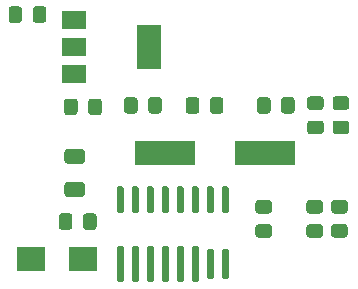
<source format=gbr>
G04 #@! TF.GenerationSoftware,KiCad,Pcbnew,5.1.9-73d0e3b20d~88~ubuntu20.04.1*
G04 #@! TF.CreationDate,2021-01-20T21:34:12+07:00*
G04 #@! TF.ProjectId,ch340G_uploader,63683334-3047-45f7-9570-6c6f61646572,rev?*
G04 #@! TF.SameCoordinates,Original*
G04 #@! TF.FileFunction,Paste,Top*
G04 #@! TF.FilePolarity,Positive*
%FSLAX46Y46*%
G04 Gerber Fmt 4.6, Leading zero omitted, Abs format (unit mm)*
G04 Created by KiCad (PCBNEW 5.1.9-73d0e3b20d~88~ubuntu20.04.1) date 2021-01-20 21:34:12*
%MOMM*%
%LPD*%
G01*
G04 APERTURE LIST*
%ADD10R,5.080000X2.000000*%
%ADD11R,2.000000X1.500000*%
%ADD12R,2.000000X3.800000*%
%ADD13R,2.400000X2.100000*%
G04 APERTURE END LIST*
G36*
G01*
X127838000Y-69907999D02*
X127838000Y-70808001D01*
G75*
G02*
X127588001Y-71058000I-249999J0D01*
G01*
X126937999Y-71058000D01*
G75*
G02*
X126688000Y-70808001I0J249999D01*
G01*
X126688000Y-69907999D01*
G75*
G02*
X126937999Y-69658000I249999J0D01*
G01*
X127588001Y-69658000D01*
G75*
G02*
X127838000Y-69907999I0J-249999D01*
G01*
G37*
G36*
G01*
X125788000Y-69907999D02*
X125788000Y-70808001D01*
G75*
G02*
X125538001Y-71058000I-249999J0D01*
G01*
X124887999Y-71058000D01*
G75*
G02*
X124638000Y-70808001I0J249999D01*
G01*
X124638000Y-69907999D01*
G75*
G02*
X124887999Y-69658000I249999J0D01*
G01*
X125538001Y-69658000D01*
G75*
G02*
X125788000Y-69907999I0J-249999D01*
G01*
G37*
G36*
G01*
X121989000Y-62997501D02*
X121989000Y-62097499D01*
G75*
G02*
X122238999Y-61847500I249999J0D01*
G01*
X122889001Y-61847500D01*
G75*
G02*
X123139000Y-62097499I0J-249999D01*
G01*
X123139000Y-62997501D01*
G75*
G02*
X122889001Y-63247500I-249999J0D01*
G01*
X122238999Y-63247500D01*
G75*
G02*
X121989000Y-62997501I0J249999D01*
G01*
G37*
G36*
G01*
X119939000Y-62997501D02*
X119939000Y-62097499D01*
G75*
G02*
X120188999Y-61847500I249999J0D01*
G01*
X120839001Y-61847500D01*
G75*
G02*
X121089000Y-62097499I0J-249999D01*
G01*
X121089000Y-62997501D01*
G75*
G02*
X120839001Y-63247500I-249999J0D01*
G01*
X120188999Y-63247500D01*
G75*
G02*
X119939000Y-62997501I0J249999D01*
G01*
G37*
G36*
G01*
X148532001Y-72665500D02*
X147631999Y-72665500D01*
G75*
G02*
X147382000Y-72415501I0J249999D01*
G01*
X147382000Y-71765499D01*
G75*
G02*
X147631999Y-71515500I249999J0D01*
G01*
X148532001Y-71515500D01*
G75*
G02*
X148782000Y-71765499I0J-249999D01*
G01*
X148782000Y-72415501D01*
G75*
G02*
X148532001Y-72665500I-249999J0D01*
G01*
G37*
G36*
G01*
X148532001Y-70615500D02*
X147631999Y-70615500D01*
G75*
G02*
X147382000Y-70365501I0J249999D01*
G01*
X147382000Y-69715499D01*
G75*
G02*
X147631999Y-69465500I249999J0D01*
G01*
X148532001Y-69465500D01*
G75*
G02*
X148782000Y-69715499I0J-249999D01*
G01*
X148782000Y-70365501D01*
G75*
G02*
X148532001Y-70615500I-249999J0D01*
G01*
G37*
G36*
G01*
X146373001Y-72665500D02*
X145472999Y-72665500D01*
G75*
G02*
X145223000Y-72415501I0J249999D01*
G01*
X145223000Y-71765499D01*
G75*
G02*
X145472999Y-71515500I249999J0D01*
G01*
X146373001Y-71515500D01*
G75*
G02*
X146623000Y-71765499I0J-249999D01*
G01*
X146623000Y-72415501D01*
G75*
G02*
X146373001Y-72665500I-249999J0D01*
G01*
G37*
G36*
G01*
X146373001Y-70615500D02*
X145472999Y-70615500D01*
G75*
G02*
X145223000Y-70365501I0J249999D01*
G01*
X145223000Y-69715499D01*
G75*
G02*
X145472999Y-69465500I249999J0D01*
G01*
X146373001Y-69465500D01*
G75*
G02*
X146623000Y-69715499I0J-249999D01*
G01*
X146623000Y-70365501D01*
G75*
G02*
X146373001Y-70615500I-249999J0D01*
G01*
G37*
G36*
G01*
X148405001Y-81434500D02*
X147504999Y-81434500D01*
G75*
G02*
X147255000Y-81184501I0J249999D01*
G01*
X147255000Y-80534499D01*
G75*
G02*
X147504999Y-80284500I249999J0D01*
G01*
X148405001Y-80284500D01*
G75*
G02*
X148655000Y-80534499I0J-249999D01*
G01*
X148655000Y-81184501D01*
G75*
G02*
X148405001Y-81434500I-249999J0D01*
G01*
G37*
G36*
G01*
X148405001Y-79384500D02*
X147504999Y-79384500D01*
G75*
G02*
X147255000Y-79134501I0J249999D01*
G01*
X147255000Y-78484499D01*
G75*
G02*
X147504999Y-78234500I249999J0D01*
G01*
X148405001Y-78234500D01*
G75*
G02*
X148655000Y-78484499I0J-249999D01*
G01*
X148655000Y-79134501D01*
G75*
G02*
X148405001Y-79384500I-249999J0D01*
G01*
G37*
G36*
G01*
X141091499Y-80284500D02*
X141991501Y-80284500D01*
G75*
G02*
X142241500Y-80534499I0J-249999D01*
G01*
X142241500Y-81184501D01*
G75*
G02*
X141991501Y-81434500I-249999J0D01*
G01*
X141091499Y-81434500D01*
G75*
G02*
X140841500Y-81184501I0J249999D01*
G01*
X140841500Y-80534499D01*
G75*
G02*
X141091499Y-80284500I249999J0D01*
G01*
G37*
G36*
G01*
X141091499Y-78234500D02*
X141991501Y-78234500D01*
G75*
G02*
X142241500Y-78484499I0J-249999D01*
G01*
X142241500Y-79134501D01*
G75*
G02*
X141991501Y-79384500I-249999J0D01*
G01*
X141091499Y-79384500D01*
G75*
G02*
X140841500Y-79134501I0J249999D01*
G01*
X140841500Y-78484499D01*
G75*
G02*
X141091499Y-78234500I249999J0D01*
G01*
G37*
G36*
G01*
X146309501Y-79384500D02*
X145409499Y-79384500D01*
G75*
G02*
X145159500Y-79134501I0J249999D01*
G01*
X145159500Y-78484499D01*
G75*
G02*
X145409499Y-78234500I249999J0D01*
G01*
X146309501Y-78234500D01*
G75*
G02*
X146559500Y-78484499I0J-249999D01*
G01*
X146559500Y-79134501D01*
G75*
G02*
X146309501Y-79384500I-249999J0D01*
G01*
G37*
G36*
G01*
X146309501Y-81434500D02*
X145409499Y-81434500D01*
G75*
G02*
X145159500Y-81184501I0J249999D01*
G01*
X145159500Y-80534499D01*
G75*
G02*
X145409499Y-80284500I249999J0D01*
G01*
X146309501Y-80284500D01*
G75*
G02*
X146559500Y-80534499I0J-249999D01*
G01*
X146559500Y-81184501D01*
G75*
G02*
X146309501Y-81434500I-249999J0D01*
G01*
G37*
G36*
G01*
X136090000Y-69780999D02*
X136090000Y-70681001D01*
G75*
G02*
X135840001Y-70931000I-249999J0D01*
G01*
X135189999Y-70931000D01*
G75*
G02*
X134940000Y-70681001I0J249999D01*
G01*
X134940000Y-69780999D01*
G75*
G02*
X135189999Y-69531000I249999J0D01*
G01*
X135840001Y-69531000D01*
G75*
G02*
X136090000Y-69780999I0J-249999D01*
G01*
G37*
G36*
G01*
X138140000Y-69780999D02*
X138140000Y-70681001D01*
G75*
G02*
X137890001Y-70931000I-249999J0D01*
G01*
X137239999Y-70931000D01*
G75*
G02*
X136990000Y-70681001I0J249999D01*
G01*
X136990000Y-69780999D01*
G75*
G02*
X137239999Y-69531000I249999J0D01*
G01*
X137890001Y-69531000D01*
G75*
G02*
X138140000Y-69780999I0J-249999D01*
G01*
G37*
G36*
G01*
X143022500Y-70681001D02*
X143022500Y-69780999D01*
G75*
G02*
X143272499Y-69531000I249999J0D01*
G01*
X143922501Y-69531000D01*
G75*
G02*
X144172500Y-69780999I0J-249999D01*
G01*
X144172500Y-70681001D01*
G75*
G02*
X143922501Y-70931000I-249999J0D01*
G01*
X143272499Y-70931000D01*
G75*
G02*
X143022500Y-70681001I0J249999D01*
G01*
G37*
G36*
G01*
X140972500Y-70681001D02*
X140972500Y-69780999D01*
G75*
G02*
X141222499Y-69531000I249999J0D01*
G01*
X141872501Y-69531000D01*
G75*
G02*
X142122500Y-69780999I0J-249999D01*
G01*
X142122500Y-70681001D01*
G75*
G02*
X141872501Y-70931000I-249999J0D01*
G01*
X141222499Y-70931000D01*
G75*
G02*
X140972500Y-70681001I0J249999D01*
G01*
G37*
G36*
G01*
X130868000Y-69780999D02*
X130868000Y-70681001D01*
G75*
G02*
X130618001Y-70931000I-249999J0D01*
G01*
X129967999Y-70931000D01*
G75*
G02*
X129718000Y-70681001I0J249999D01*
G01*
X129718000Y-69780999D01*
G75*
G02*
X129967999Y-69531000I249999J0D01*
G01*
X130618001Y-69531000D01*
G75*
G02*
X130868000Y-69780999I0J-249999D01*
G01*
G37*
G36*
G01*
X132918000Y-69780999D02*
X132918000Y-70681001D01*
G75*
G02*
X132668001Y-70931000I-249999J0D01*
G01*
X132017999Y-70931000D01*
G75*
G02*
X131768000Y-70681001I0J249999D01*
G01*
X131768000Y-69780999D01*
G75*
G02*
X132017999Y-69531000I249999J0D01*
G01*
X132668001Y-69531000D01*
G75*
G02*
X132918000Y-69780999I0J-249999D01*
G01*
G37*
G36*
G01*
X126243500Y-80523501D02*
X126243500Y-79623499D01*
G75*
G02*
X126493499Y-79373500I249999J0D01*
G01*
X127143501Y-79373500D01*
G75*
G02*
X127393500Y-79623499I0J-249999D01*
G01*
X127393500Y-80523501D01*
G75*
G02*
X127143501Y-80773500I-249999J0D01*
G01*
X126493499Y-80773500D01*
G75*
G02*
X126243500Y-80523501I0J249999D01*
G01*
G37*
G36*
G01*
X124193500Y-80523501D02*
X124193500Y-79623499D01*
G75*
G02*
X124443499Y-79373500I249999J0D01*
G01*
X125093501Y-79373500D01*
G75*
G02*
X125343500Y-79623499I0J-249999D01*
G01*
X125343500Y-80523501D01*
G75*
G02*
X125093501Y-80773500I-249999J0D01*
G01*
X124443499Y-80773500D01*
G75*
G02*
X124193500Y-80523501I0J249999D01*
G01*
G37*
G36*
G01*
X138153000Y-77069800D02*
X138453000Y-77069800D01*
G75*
G02*
X138603000Y-77219800I0J-150000D01*
G01*
X138603000Y-79205800D01*
G75*
G02*
X138453000Y-79355800I-150000J0D01*
G01*
X138153000Y-79355800D01*
G75*
G02*
X138003000Y-79205800I0J150000D01*
G01*
X138003000Y-77219800D01*
G75*
G02*
X138153000Y-77069800I150000J0D01*
G01*
G37*
G36*
G01*
X136883000Y-77069800D02*
X137183000Y-77069800D01*
G75*
G02*
X137333000Y-77219800I0J-150000D01*
G01*
X137333000Y-79205800D01*
G75*
G02*
X137183000Y-79355800I-150000J0D01*
G01*
X136883000Y-79355800D01*
G75*
G02*
X136733000Y-79205800I0J150000D01*
G01*
X136733000Y-77219800D01*
G75*
G02*
X136883000Y-77069800I150000J0D01*
G01*
G37*
G36*
G01*
X135613000Y-77069800D02*
X135913000Y-77069800D01*
G75*
G02*
X136063000Y-77219800I0J-150000D01*
G01*
X136063000Y-79205800D01*
G75*
G02*
X135913000Y-79355800I-150000J0D01*
G01*
X135613000Y-79355800D01*
G75*
G02*
X135463000Y-79205800I0J150000D01*
G01*
X135463000Y-77219800D01*
G75*
G02*
X135613000Y-77069800I150000J0D01*
G01*
G37*
G36*
G01*
X134343000Y-77069800D02*
X134643000Y-77069800D01*
G75*
G02*
X134793000Y-77219800I0J-150000D01*
G01*
X134793000Y-79205800D01*
G75*
G02*
X134643000Y-79355800I-150000J0D01*
G01*
X134343000Y-79355800D01*
G75*
G02*
X134193000Y-79205800I0J150000D01*
G01*
X134193000Y-77219800D01*
G75*
G02*
X134343000Y-77069800I150000J0D01*
G01*
G37*
G36*
G01*
X133073000Y-77069800D02*
X133373000Y-77069800D01*
G75*
G02*
X133523000Y-77219800I0J-150000D01*
G01*
X133523000Y-79205800D01*
G75*
G02*
X133373000Y-79355800I-150000J0D01*
G01*
X133073000Y-79355800D01*
G75*
G02*
X132923000Y-79205800I0J150000D01*
G01*
X132923000Y-77219800D01*
G75*
G02*
X133073000Y-77069800I150000J0D01*
G01*
G37*
G36*
G01*
X131803000Y-77069800D02*
X132103000Y-77069800D01*
G75*
G02*
X132253000Y-77219800I0J-150000D01*
G01*
X132253000Y-79205800D01*
G75*
G02*
X132103000Y-79355800I-150000J0D01*
G01*
X131803000Y-79355800D01*
G75*
G02*
X131653000Y-79205800I0J150000D01*
G01*
X131653000Y-77219800D01*
G75*
G02*
X131803000Y-77069800I150000J0D01*
G01*
G37*
G36*
G01*
X130533000Y-77069800D02*
X130833000Y-77069800D01*
G75*
G02*
X130983000Y-77219800I0J-150000D01*
G01*
X130983000Y-79205800D01*
G75*
G02*
X130833000Y-79355800I-150000J0D01*
G01*
X130533000Y-79355800D01*
G75*
G02*
X130383000Y-79205800I0J150000D01*
G01*
X130383000Y-77219800D01*
G75*
G02*
X130533000Y-77069800I150000J0D01*
G01*
G37*
G36*
G01*
X129263000Y-77069800D02*
X129563000Y-77069800D01*
G75*
G02*
X129713000Y-77219800I0J-150000D01*
G01*
X129713000Y-79205800D01*
G75*
G02*
X129563000Y-79355800I-150000J0D01*
G01*
X129263000Y-79355800D01*
G75*
G02*
X129113000Y-79205800I0J150000D01*
G01*
X129113000Y-77219800D01*
G75*
G02*
X129263000Y-77069800I150000J0D01*
G01*
G37*
G36*
G01*
X129263000Y-82142000D02*
X129563000Y-82142000D01*
G75*
G02*
X129713000Y-82292000I0J-150000D01*
G01*
X129713000Y-85040000D01*
G75*
G02*
X129563000Y-85190000I-150000J0D01*
G01*
X129263000Y-85190000D01*
G75*
G02*
X129113000Y-85040000I0J150000D01*
G01*
X129113000Y-82292000D01*
G75*
G02*
X129263000Y-82142000I150000J0D01*
G01*
G37*
G36*
G01*
X130533000Y-82142000D02*
X130833000Y-82142000D01*
G75*
G02*
X130983000Y-82292000I0J-150000D01*
G01*
X130983000Y-85040000D01*
G75*
G02*
X130833000Y-85190000I-150000J0D01*
G01*
X130533000Y-85190000D01*
G75*
G02*
X130383000Y-85040000I0J150000D01*
G01*
X130383000Y-82292000D01*
G75*
G02*
X130533000Y-82142000I150000J0D01*
G01*
G37*
G36*
G01*
X131803000Y-82142000D02*
X132103000Y-82142000D01*
G75*
G02*
X132253000Y-82292000I0J-150000D01*
G01*
X132253000Y-85040000D01*
G75*
G02*
X132103000Y-85190000I-150000J0D01*
G01*
X131803000Y-85190000D01*
G75*
G02*
X131653000Y-85040000I0J150000D01*
G01*
X131653000Y-82292000D01*
G75*
G02*
X131803000Y-82142000I150000J0D01*
G01*
G37*
G36*
G01*
X133073000Y-82142000D02*
X133373000Y-82142000D01*
G75*
G02*
X133523000Y-82292000I0J-150000D01*
G01*
X133523000Y-85040000D01*
G75*
G02*
X133373000Y-85190000I-150000J0D01*
G01*
X133073000Y-85190000D01*
G75*
G02*
X132923000Y-85040000I0J150000D01*
G01*
X132923000Y-82292000D01*
G75*
G02*
X133073000Y-82142000I150000J0D01*
G01*
G37*
G36*
G01*
X134343000Y-82142000D02*
X134643000Y-82142000D01*
G75*
G02*
X134793000Y-82292000I0J-150000D01*
G01*
X134793000Y-85040000D01*
G75*
G02*
X134643000Y-85190000I-150000J0D01*
G01*
X134343000Y-85190000D01*
G75*
G02*
X134193000Y-85040000I0J150000D01*
G01*
X134193000Y-82292000D01*
G75*
G02*
X134343000Y-82142000I150000J0D01*
G01*
G37*
G36*
G01*
X135613000Y-82142000D02*
X135913000Y-82142000D01*
G75*
G02*
X136063000Y-82292000I0J-150000D01*
G01*
X136063000Y-85040000D01*
G75*
G02*
X135913000Y-85190000I-150000J0D01*
G01*
X135613000Y-85190000D01*
G75*
G02*
X135463000Y-85040000I0J150000D01*
G01*
X135463000Y-82292000D01*
G75*
G02*
X135613000Y-82142000I150000J0D01*
G01*
G37*
G36*
G01*
X136883000Y-82396000D02*
X137183000Y-82396000D01*
G75*
G02*
X137333000Y-82546000I0J-150000D01*
G01*
X137333000Y-84786000D01*
G75*
G02*
X137183000Y-84936000I-150000J0D01*
G01*
X136883000Y-84936000D01*
G75*
G02*
X136733000Y-84786000I0J150000D01*
G01*
X136733000Y-82546000D01*
G75*
G02*
X136883000Y-82396000I150000J0D01*
G01*
G37*
G36*
G01*
X138153000Y-82396000D02*
X138453000Y-82396000D01*
G75*
G02*
X138603000Y-82546000I0J-150000D01*
G01*
X138603000Y-84786000D01*
G75*
G02*
X138453000Y-84936000I-150000J0D01*
G01*
X138153000Y-84936000D01*
G75*
G02*
X138003000Y-84786000I0J150000D01*
G01*
X138003000Y-82546000D01*
G75*
G02*
X138153000Y-82396000I150000J0D01*
G01*
G37*
G36*
G01*
X126164500Y-75171000D02*
X124914500Y-75171000D01*
G75*
G02*
X124664500Y-74921000I0J250000D01*
G01*
X124664500Y-74171000D01*
G75*
G02*
X124914500Y-73921000I250000J0D01*
G01*
X126164500Y-73921000D01*
G75*
G02*
X126414500Y-74171000I0J-250000D01*
G01*
X126414500Y-74921000D01*
G75*
G02*
X126164500Y-75171000I-250000J0D01*
G01*
G37*
G36*
G01*
X126164500Y-77971000D02*
X124914500Y-77971000D01*
G75*
G02*
X124664500Y-77721000I0J250000D01*
G01*
X124664500Y-76971000D01*
G75*
G02*
X124914500Y-76721000I250000J0D01*
G01*
X126164500Y-76721000D01*
G75*
G02*
X126414500Y-76971000I0J-250000D01*
G01*
X126414500Y-77721000D01*
G75*
G02*
X126164500Y-77971000I-250000J0D01*
G01*
G37*
D10*
X141664000Y-74295000D03*
X133164000Y-74295000D03*
D11*
X125501000Y-62978000D03*
X125501000Y-67578000D03*
X125501000Y-65278000D03*
D12*
X131801000Y-65278000D03*
D13*
X121815500Y-83248500D03*
X126215500Y-83248500D03*
M02*

</source>
